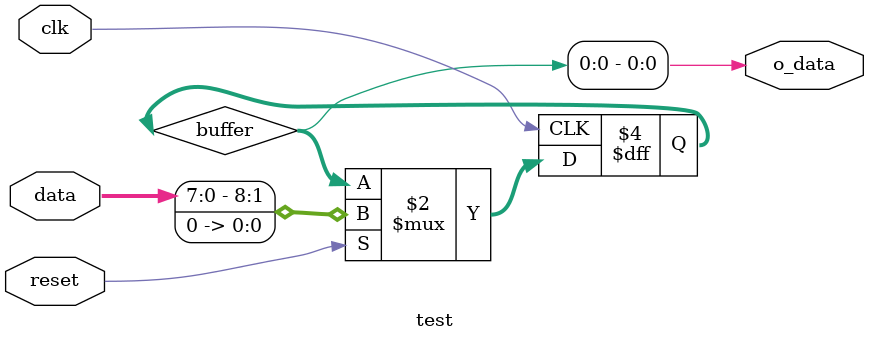
<source format=v>
`default_nettype none

module test(input clk,
            input reset,
            input [7:0] data,
            output o_data);
  wire busy;
  reg [8:0] buffer;

  always @ (posedge clk) begin
    $display("buffer: %b", buffer);
    if(reset)
      buffer <= {data, 1'b0};
  end

  assign o_data = buffer[0];

endmodule
</source>
